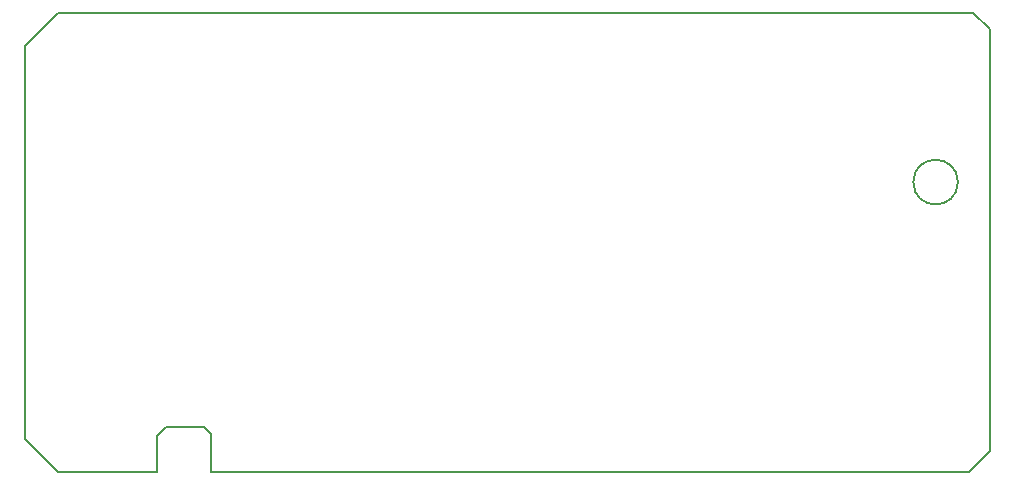
<source format=gbr>
G04 #@! TF.FileFunction,Profile,NP*
%FSLAX46Y46*%
G04 Gerber Fmt 4.6, Leading zero omitted, Abs format (unit mm)*
G04 Created by KiCad (PCBNEW 4.0.6) date 09/21/17 18:01:10*
%MOMM*%
%LPD*%
G01*
G04 APERTURE LIST*
%ADD10C,0.100000*%
%ADD11C,0.150000*%
G04 APERTURE END LIST*
D10*
D11*
X87884000Y-104648000D02*
X88900000Y-104648000D01*
X87884000Y-101473000D02*
X87884000Y-104648000D01*
X87884000Y-104648000D02*
X152019000Y-104648000D01*
X87249000Y-100838000D02*
X87884000Y-101473000D01*
X84074000Y-100838000D02*
X87249000Y-100838000D01*
X83312000Y-101600000D02*
X84074000Y-100838000D01*
X83312000Y-104648000D02*
X83312000Y-101600000D01*
X74930000Y-104648000D02*
X83312000Y-104648000D01*
X151112991Y-80137000D02*
G75*
G03X151112991Y-80137000I-1887991J0D01*
G01*
X152400000Y-65786000D02*
X153797000Y-67183000D01*
X153797000Y-102870000D02*
X153797000Y-67183000D01*
X152019000Y-104648000D02*
X153797000Y-102870000D01*
X72136000Y-101854000D02*
X74930000Y-104648000D01*
X72136000Y-68580000D02*
X72136000Y-101854000D01*
X74930000Y-65786000D02*
X72136000Y-68580000D01*
X152400000Y-65786000D02*
X74930000Y-65786000D01*
M02*

</source>
